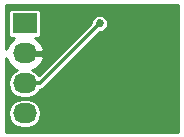
<source format=gbl>
%TF.GenerationSoftware,KiCad,Pcbnew,4.0.2-stable*%
%TF.CreationDate,2016-04-01T20:16:44-04:00*%
%TF.ProjectId,MS56110 Breakout,4D53353631313020427265616B6F7574,rev?*%
%TF.FileFunction,Copper,L2,Bot,Signal*%
%FSLAX46Y46*%
G04 Gerber Fmt 4.6, Leading zero omitted, Abs format (unit mm)*
G04 Created by KiCad (PCBNEW 4.0.2-stable) date 4/1/2016 8:16:44 PM*
%MOMM*%
G01*
G04 APERTURE LIST*
%ADD10C,0.127000*%
%ADD11R,2.032000X1.727200*%
%ADD12O,2.032000X1.727200*%
%ADD13C,0.685800*%
%ADD14C,0.300000*%
%ADD15C,0.254000*%
G04 APERTURE END LIST*
D10*
D11*
X135890000Y-104140000D03*
D12*
X135890000Y-106680000D03*
X135890000Y-109220000D03*
X135890000Y-111760000D03*
D13*
X142240000Y-104140000D03*
D14*
X135890000Y-109220000D02*
X137160000Y-109220000D01*
X137160000Y-109220000D02*
X142240000Y-104140000D01*
D15*
G36*
X148907500Y-113347500D02*
X134302500Y-113347500D01*
X134302500Y-111760000D01*
X134465631Y-111760000D01*
X134560371Y-112236288D01*
X134830166Y-112640065D01*
X135233943Y-112909860D01*
X135710231Y-113004600D01*
X136069769Y-113004600D01*
X136546057Y-112909860D01*
X136949834Y-112640065D01*
X137219629Y-112236288D01*
X137314369Y-111760000D01*
X137219629Y-111283712D01*
X136949834Y-110879935D01*
X136546057Y-110610140D01*
X136069769Y-110515400D01*
X135710231Y-110515400D01*
X135233943Y-110610140D01*
X134830166Y-110879935D01*
X134560371Y-111283712D01*
X134465631Y-111760000D01*
X134302500Y-111760000D01*
X134302500Y-107090516D01*
X134539268Y-107582036D01*
X134975680Y-107971954D01*
X135248243Y-108067296D01*
X135233943Y-108070140D01*
X134830166Y-108339935D01*
X134560371Y-108743712D01*
X134465631Y-109220000D01*
X134560371Y-109696288D01*
X134830166Y-110100065D01*
X135233943Y-110369860D01*
X135710231Y-110464600D01*
X136069769Y-110464600D01*
X136546057Y-110369860D01*
X136949834Y-110100065D01*
X137186608Y-109745707D01*
X137363205Y-109710580D01*
X137535474Y-109595474D01*
X142267024Y-104863924D01*
X142383361Y-104864025D01*
X142649521Y-104754050D01*
X142853335Y-104550592D01*
X142963774Y-104284624D01*
X142964025Y-103996639D01*
X142854050Y-103730479D01*
X142650592Y-103526665D01*
X142384624Y-103416226D01*
X142096639Y-103415975D01*
X141830479Y-103525950D01*
X141626665Y-103729408D01*
X141516226Y-103995376D01*
X141516124Y-104112928D01*
X137085732Y-108543320D01*
X136949834Y-108339935D01*
X136546057Y-108070140D01*
X136531757Y-108067296D01*
X136804320Y-107971954D01*
X137240732Y-107582036D01*
X137494709Y-107054791D01*
X137497358Y-107039026D01*
X137376217Y-106807000D01*
X136017000Y-106807000D01*
X136017000Y-106827000D01*
X135763000Y-106827000D01*
X135763000Y-106807000D01*
X135743000Y-106807000D01*
X135743000Y-106553000D01*
X135763000Y-106553000D01*
X135763000Y-106533000D01*
X136017000Y-106533000D01*
X136017000Y-106553000D01*
X137376217Y-106553000D01*
X137497358Y-106320974D01*
X137494709Y-106305209D01*
X137240732Y-105777964D01*
X136808817Y-105392064D01*
X136906000Y-105392064D01*
X137047190Y-105365497D01*
X137176865Y-105282054D01*
X137263859Y-105154734D01*
X137294464Y-105003600D01*
X137294464Y-103276400D01*
X137267897Y-103135210D01*
X137184454Y-103005535D01*
X137057134Y-102918541D01*
X136906000Y-102887936D01*
X134874000Y-102887936D01*
X134732810Y-102914503D01*
X134603135Y-102997946D01*
X134516141Y-103125266D01*
X134485536Y-103276400D01*
X134485536Y-105003600D01*
X134512103Y-105144790D01*
X134595546Y-105274465D01*
X134722866Y-105361459D01*
X134874000Y-105392064D01*
X134971183Y-105392064D01*
X134539268Y-105777964D01*
X134302500Y-106269484D01*
X134302500Y-102552500D01*
X148907500Y-102552500D01*
X148907500Y-113347500D01*
X148907500Y-113347500D01*
G37*
X148907500Y-113347500D02*
X134302500Y-113347500D01*
X134302500Y-111760000D01*
X134465631Y-111760000D01*
X134560371Y-112236288D01*
X134830166Y-112640065D01*
X135233943Y-112909860D01*
X135710231Y-113004600D01*
X136069769Y-113004600D01*
X136546057Y-112909860D01*
X136949834Y-112640065D01*
X137219629Y-112236288D01*
X137314369Y-111760000D01*
X137219629Y-111283712D01*
X136949834Y-110879935D01*
X136546057Y-110610140D01*
X136069769Y-110515400D01*
X135710231Y-110515400D01*
X135233943Y-110610140D01*
X134830166Y-110879935D01*
X134560371Y-111283712D01*
X134465631Y-111760000D01*
X134302500Y-111760000D01*
X134302500Y-107090516D01*
X134539268Y-107582036D01*
X134975680Y-107971954D01*
X135248243Y-108067296D01*
X135233943Y-108070140D01*
X134830166Y-108339935D01*
X134560371Y-108743712D01*
X134465631Y-109220000D01*
X134560371Y-109696288D01*
X134830166Y-110100065D01*
X135233943Y-110369860D01*
X135710231Y-110464600D01*
X136069769Y-110464600D01*
X136546057Y-110369860D01*
X136949834Y-110100065D01*
X137186608Y-109745707D01*
X137363205Y-109710580D01*
X137535474Y-109595474D01*
X142267024Y-104863924D01*
X142383361Y-104864025D01*
X142649521Y-104754050D01*
X142853335Y-104550592D01*
X142963774Y-104284624D01*
X142964025Y-103996639D01*
X142854050Y-103730479D01*
X142650592Y-103526665D01*
X142384624Y-103416226D01*
X142096639Y-103415975D01*
X141830479Y-103525950D01*
X141626665Y-103729408D01*
X141516226Y-103995376D01*
X141516124Y-104112928D01*
X137085732Y-108543320D01*
X136949834Y-108339935D01*
X136546057Y-108070140D01*
X136531757Y-108067296D01*
X136804320Y-107971954D01*
X137240732Y-107582036D01*
X137494709Y-107054791D01*
X137497358Y-107039026D01*
X137376217Y-106807000D01*
X136017000Y-106807000D01*
X136017000Y-106827000D01*
X135763000Y-106827000D01*
X135763000Y-106807000D01*
X135743000Y-106807000D01*
X135743000Y-106553000D01*
X135763000Y-106553000D01*
X135763000Y-106533000D01*
X136017000Y-106533000D01*
X136017000Y-106553000D01*
X137376217Y-106553000D01*
X137497358Y-106320974D01*
X137494709Y-106305209D01*
X137240732Y-105777964D01*
X136808817Y-105392064D01*
X136906000Y-105392064D01*
X137047190Y-105365497D01*
X137176865Y-105282054D01*
X137263859Y-105154734D01*
X137294464Y-105003600D01*
X137294464Y-103276400D01*
X137267897Y-103135210D01*
X137184454Y-103005535D01*
X137057134Y-102918541D01*
X136906000Y-102887936D01*
X134874000Y-102887936D01*
X134732810Y-102914503D01*
X134603135Y-102997946D01*
X134516141Y-103125266D01*
X134485536Y-103276400D01*
X134485536Y-105003600D01*
X134512103Y-105144790D01*
X134595546Y-105274465D01*
X134722866Y-105361459D01*
X134874000Y-105392064D01*
X134971183Y-105392064D01*
X134539268Y-105777964D01*
X134302500Y-106269484D01*
X134302500Y-102552500D01*
X148907500Y-102552500D01*
X148907500Y-113347500D01*
M02*

</source>
